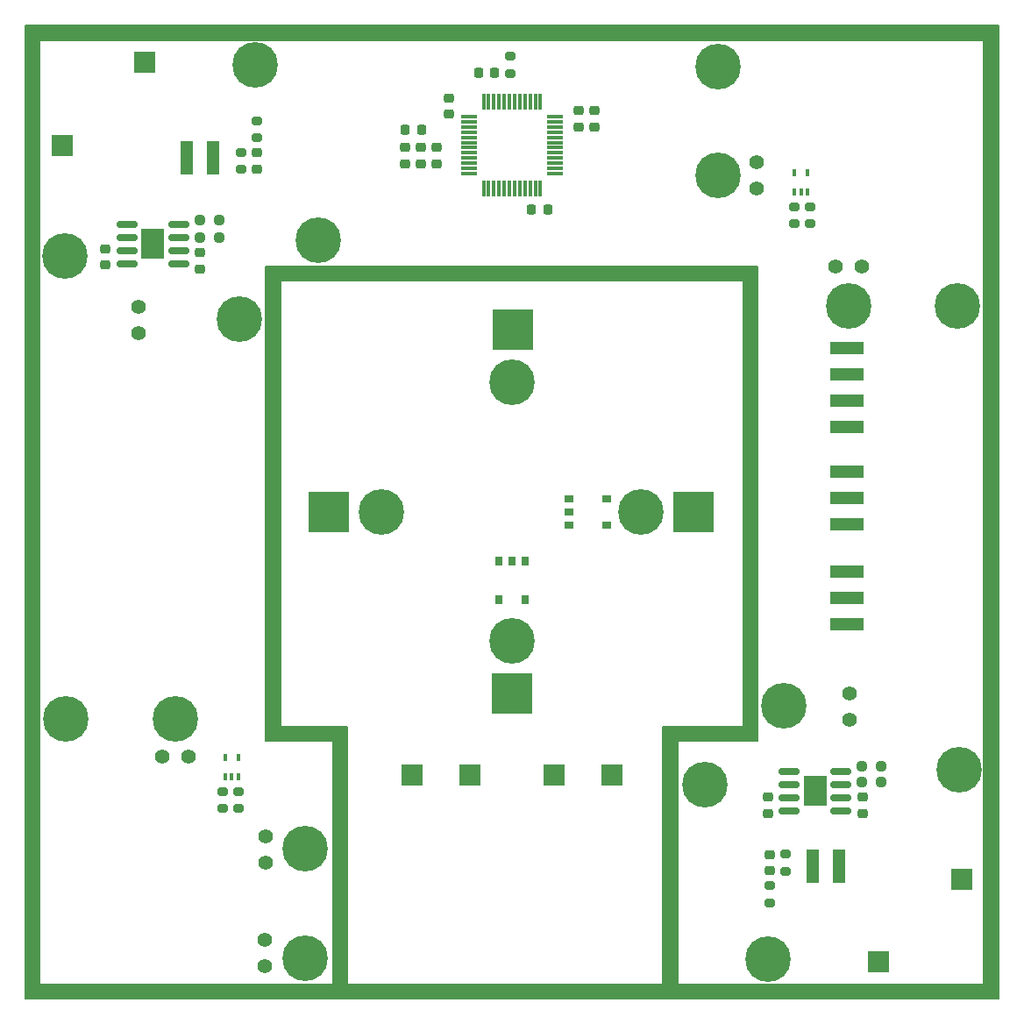
<source format=gts>
%TF.GenerationSoftware,KiCad,Pcbnew,(6.0.7-1)-1*%
%TF.CreationDate,2023-05-01T11:39:35-04:00*%
%TF.ProjectId,antenna-db,616e7465-6e6e-4612-9d64-622e6b696361,rev?*%
%TF.SameCoordinates,Original*%
%TF.FileFunction,Soldermask,Top*%
%TF.FilePolarity,Negative*%
%FSLAX46Y46*%
G04 Gerber Fmt 4.6, Leading zero omitted, Abs format (unit mm)*
G04 Created by KiCad (PCBNEW (6.0.7-1)-1) date 2023-05-01 11:39:35*
%MOMM*%
%LPD*%
G01*
G04 APERTURE LIST*
G04 Aperture macros list*
%AMRoundRect*
0 Rectangle with rounded corners*
0 $1 Rounding radius*
0 $2 $3 $4 $5 $6 $7 $8 $9 X,Y pos of 4 corners*
0 Add a 4 corners polygon primitive as box body*
4,1,4,$2,$3,$4,$5,$6,$7,$8,$9,$2,$3,0*
0 Add four circle primitives for the rounded corners*
1,1,$1+$1,$2,$3*
1,1,$1+$1,$4,$5*
1,1,$1+$1,$6,$7*
1,1,$1+$1,$8,$9*
0 Add four rect primitives between the rounded corners*
20,1,$1+$1,$2,$3,$4,$5,0*
20,1,$1+$1,$4,$5,$6,$7,0*
20,1,$1+$1,$6,$7,$8,$9,0*
20,1,$1+$1,$8,$9,$2,$3,0*%
G04 Aperture macros list end*
%ADD10C,0.200000*%
%ADD11RoundRect,0.033000X-0.117000X0.747000X-0.117000X-0.747000X0.117000X-0.747000X0.117000X0.747000X0*%
%ADD12RoundRect,0.033000X0.747000X0.117000X-0.747000X0.117000X-0.747000X-0.117000X0.747000X-0.117000X0*%
%ADD13RoundRect,0.033000X0.117000X-0.747000X0.117000X0.747000X-0.117000X0.747000X-0.117000X-0.747000X0*%
%ADD14RoundRect,0.033000X-0.747000X-0.117000X0.747000X-0.117000X0.747000X0.117000X-0.747000X0.117000X0*%
%ADD15R,3.180000X1.270000*%
%ADD16R,2.000000X2.000000*%
%ADD17R,1.270000X3.180000*%
%ADD18RoundRect,0.225000X0.250000X-0.225000X0.250000X0.225000X-0.250000X0.225000X-0.250000X-0.225000X0*%
%ADD19RoundRect,0.225000X0.225000X0.250000X-0.225000X0.250000X-0.225000X-0.250000X0.225000X-0.250000X0*%
%ADD20RoundRect,0.225000X-0.225000X-0.250000X0.225000X-0.250000X0.225000X0.250000X-0.225000X0.250000X0*%
%ADD21C,1.400000*%
%ADD22RoundRect,0.218750X0.256250X-0.218750X0.256250X0.218750X-0.256250X0.218750X-0.256250X-0.218750X0*%
%ADD23RoundRect,0.200000X0.275000X-0.200000X0.275000X0.200000X-0.275000X0.200000X-0.275000X-0.200000X0*%
%ADD24RoundRect,0.225000X-0.250000X0.225000X-0.250000X-0.225000X0.250000X-0.225000X0.250000X0.225000X0*%
%ADD25R,0.889000X0.711200*%
%ADD26C,4.400000*%
%ADD27C,2.600000*%
%ADD28RoundRect,0.218750X-0.256250X0.218750X-0.256250X-0.218750X0.256250X-0.218750X0.256250X0.218750X0*%
%ADD29R,4.000000X4.000000*%
%ADD30R,0.711200X0.889000*%
%ADD31RoundRect,0.150000X-0.825000X-0.150000X0.825000X-0.150000X0.825000X0.150000X-0.825000X0.150000X0*%
%ADD32R,2.290000X3.000000*%
%ADD33R,0.400000X0.650000*%
%ADD34RoundRect,0.237500X0.250000X0.237500X-0.250000X0.237500X-0.250000X-0.237500X0.250000X-0.237500X0*%
%ADD35RoundRect,0.200000X-0.275000X0.200000X-0.275000X-0.200000X0.275000X-0.200000X0.275000X0.200000X0*%
%ADD36RoundRect,0.237500X-0.250000X-0.237500X0.250000X-0.237500X0.250000X0.237500X-0.250000X0.237500X0*%
G04 APERTURE END LIST*
D10*
G36*
X140970000Y-142367000D02*
G01*
X139573000Y-142367000D01*
X139573000Y-116078000D01*
X140970000Y-116078000D01*
X140970000Y-142367000D01*
G37*
X140970000Y-142367000D02*
X139573000Y-142367000D01*
X139573000Y-116078000D01*
X140970000Y-116078000D01*
X140970000Y-142367000D01*
G36*
X140970000Y-117475000D02*
G01*
X133096000Y-117475000D01*
X133096000Y-116078000D01*
X140970000Y-116078000D01*
X140970000Y-117475000D01*
G37*
X140970000Y-117475000D02*
X133096000Y-117475000D01*
X133096000Y-116078000D01*
X140970000Y-116078000D01*
X140970000Y-117475000D01*
G36*
X134493000Y-117475000D02*
G01*
X133096000Y-117475000D01*
X133096000Y-71628000D01*
X134493000Y-71628000D01*
X134493000Y-117475000D01*
G37*
X134493000Y-117475000D02*
X133096000Y-117475000D01*
X133096000Y-71628000D01*
X134493000Y-71628000D01*
X134493000Y-117475000D01*
G36*
X180594000Y-73025000D02*
G01*
X133096000Y-73025000D01*
X133096000Y-71628000D01*
X180594000Y-71628000D01*
X180594000Y-73025000D01*
G37*
X180594000Y-73025000D02*
X133096000Y-73025000D01*
X133096000Y-71628000D01*
X180594000Y-71628000D01*
X180594000Y-73025000D01*
G36*
X180594000Y-117475000D02*
G01*
X179197000Y-117475000D01*
X179197000Y-71628000D01*
X180594000Y-71628000D01*
X180594000Y-117475000D01*
G37*
X180594000Y-117475000D02*
X179197000Y-117475000D01*
X179197000Y-71628000D01*
X180594000Y-71628000D01*
X180594000Y-117475000D01*
G36*
X180594000Y-117475000D02*
G01*
X171450000Y-117475000D01*
X171450000Y-116078000D01*
X180594000Y-116078000D01*
X180594000Y-117475000D01*
G37*
X180594000Y-117475000D02*
X171450000Y-117475000D01*
X171450000Y-116078000D01*
X180594000Y-116078000D01*
X180594000Y-117475000D01*
G36*
X172847000Y-142367000D02*
G01*
X171450000Y-142367000D01*
X171450000Y-116078000D01*
X172847000Y-116078000D01*
X172847000Y-142367000D01*
G37*
X172847000Y-142367000D02*
X171450000Y-142367000D01*
X171450000Y-116078000D01*
X172847000Y-116078000D01*
X172847000Y-142367000D01*
G36*
X203835000Y-49784000D02*
G01*
X109855000Y-49784000D01*
X109855000Y-48387000D01*
X203835000Y-48387000D01*
X203835000Y-49784000D01*
G37*
X203835000Y-49784000D02*
X109855000Y-49784000D01*
X109855000Y-48387000D01*
X203835000Y-48387000D01*
X203835000Y-49784000D01*
G36*
X203835000Y-142367000D02*
G01*
X109855000Y-142367000D01*
X109855000Y-140970000D01*
X203835000Y-140970000D01*
X203835000Y-142367000D01*
G37*
X203835000Y-142367000D02*
X109855000Y-142367000D01*
X109855000Y-140970000D01*
X203835000Y-140970000D01*
X203835000Y-142367000D01*
G36*
X203835000Y-142367000D02*
G01*
X202438000Y-142367000D01*
X202438000Y-48387000D01*
X203835000Y-48387000D01*
X203835000Y-142367000D01*
G37*
X203835000Y-142367000D02*
X202438000Y-142367000D01*
X202438000Y-48387000D01*
X203835000Y-48387000D01*
X203835000Y-142367000D01*
G36*
X111252000Y-142367000D02*
G01*
X109855000Y-142367000D01*
X109855000Y-48387000D01*
X111252000Y-48387000D01*
X111252000Y-142367000D01*
G37*
X111252000Y-142367000D02*
X109855000Y-142367000D01*
X109855000Y-48387000D01*
X111252000Y-48387000D01*
X111252000Y-142367000D01*
D11*
X154095000Y-55764000D03*
X154595000Y-55764000D03*
X155095000Y-55764000D03*
X155595000Y-55764000D03*
X156095000Y-55764000D03*
X156595000Y-55764000D03*
X157095000Y-55764000D03*
X157595000Y-55764000D03*
X158095000Y-55764000D03*
X158595000Y-55764000D03*
X159095000Y-55764000D03*
X159595000Y-55764000D03*
D12*
X161025000Y-57194000D03*
X161025000Y-57694000D03*
X161025000Y-58194000D03*
X161025000Y-58694000D03*
X161025000Y-59194000D03*
X161025000Y-59694000D03*
X161025000Y-60194000D03*
X161025000Y-60694000D03*
X161025000Y-61194000D03*
X161025000Y-61694000D03*
X161025000Y-62194000D03*
X161025000Y-62694000D03*
D13*
X159595000Y-64124000D03*
X159095000Y-64124000D03*
X158595000Y-64124000D03*
X158095000Y-64124000D03*
X157595000Y-64124000D03*
X157095000Y-64124000D03*
X156595000Y-64124000D03*
X156095000Y-64124000D03*
X155595000Y-64124000D03*
X155095000Y-64124000D03*
X154595000Y-64124000D03*
X154095000Y-64124000D03*
D14*
X152665000Y-62694000D03*
X152665000Y-62194000D03*
X152665000Y-61694000D03*
X152665000Y-61194000D03*
X152665000Y-60694000D03*
X152665000Y-60194000D03*
X152665000Y-59694000D03*
X152665000Y-59194000D03*
X152665000Y-58694000D03*
X152665000Y-58194000D03*
X152665000Y-57694000D03*
X152665000Y-57194000D03*
D15*
X189157000Y-96520000D03*
X189157000Y-93980000D03*
X189157000Y-91440000D03*
D16*
X160909000Y-120777000D03*
X166497000Y-120777000D03*
X147167600Y-120751600D03*
X152806400Y-120751600D03*
D17*
X188468000Y-129594000D03*
X185928000Y-129594000D03*
X125476000Y-61153000D03*
X128016000Y-61153000D03*
D15*
X189157000Y-79502000D03*
X189157000Y-82042000D03*
X189157000Y-84582000D03*
X189157000Y-87122000D03*
X189157000Y-101092000D03*
X189157000Y-103632000D03*
X189157000Y-106172000D03*
D18*
X150774400Y-56959800D03*
X150774400Y-55409800D03*
D19*
X160287000Y-66167000D03*
X158737000Y-66167000D03*
D20*
X153644000Y-52972000D03*
X155194000Y-52972000D03*
D21*
X133096000Y-129266000D03*
X133096000Y-126726000D03*
X123083000Y-118999000D03*
X125623000Y-118999000D03*
X188107000Y-71628000D03*
X190647000Y-71628000D03*
X180467000Y-64115000D03*
X180467000Y-61575000D03*
D22*
X148082000Y-61734500D03*
X148082000Y-60159500D03*
D21*
X132969000Y-136672000D03*
X132969000Y-139212000D03*
D23*
X130429000Y-124015000D03*
X130429000Y-122365000D03*
X128905000Y-124015000D03*
X128905000Y-122365000D03*
X185648600Y-67563000D03*
X185648600Y-65913000D03*
X184124600Y-67563000D03*
X184124600Y-65913000D03*
D24*
X146558000Y-60172000D03*
X146558000Y-61722000D03*
D18*
X149606000Y-61722000D03*
X149606000Y-60172000D03*
D16*
X200279000Y-130810000D03*
X192278000Y-138811000D03*
X113411000Y-59944000D03*
X121412000Y-51943000D03*
D21*
X189484000Y-115463000D03*
X189484000Y-112923000D03*
X120777000Y-75585000D03*
X120777000Y-78125000D03*
D24*
X163322000Y-56629000D03*
X163322000Y-58179000D03*
X164846000Y-56629000D03*
X164846000Y-58179000D03*
D25*
X166027100Y-96672400D03*
X166027100Y-94132400D03*
X162344100Y-94132400D03*
X162344100Y-95402400D03*
X162344100Y-96672400D03*
D26*
X189357000Y-75438000D03*
D27*
X189357000Y-75438000D03*
D23*
X156705000Y-53035000D03*
X156705000Y-51385000D03*
D28*
X181737000Y-128467000D03*
X181737000Y-130042000D03*
D26*
X124333000Y-115316000D03*
D27*
X124333000Y-115316000D03*
D18*
X117602000Y-69964000D03*
X117602000Y-71514000D03*
X126746000Y-70345000D03*
X126746000Y-71895000D03*
D29*
X174371000Y-95377000D03*
D26*
X136906000Y-138430000D03*
D27*
X136906000Y-138430000D03*
D26*
X138176000Y-69088000D03*
D27*
X138176000Y-69088000D03*
D30*
X155549600Y-100139500D03*
X156819600Y-100139500D03*
X158089600Y-100139500D03*
X158089600Y-103822500D03*
X155549600Y-103822500D03*
D26*
X113792000Y-115316000D03*
D27*
X113792000Y-115316000D03*
X200025000Y-120269000D03*
D26*
X200025000Y-120269000D03*
D31*
X119699000Y-67564000D03*
X119699000Y-68834000D03*
X119699000Y-70104000D03*
X119699000Y-71374000D03*
X124649000Y-71374000D03*
X124649000Y-70104000D03*
X124649000Y-68834000D03*
X124649000Y-67564000D03*
D32*
X122174000Y-69469000D03*
D27*
X144272000Y-95377000D03*
D26*
X144272000Y-95377000D03*
D29*
X156972000Y-77724000D03*
D33*
X184109600Y-64513000D03*
X184759600Y-64513000D03*
X185409600Y-64513000D03*
X185409600Y-62613000D03*
X184109600Y-62613000D03*
D29*
X156845000Y-112903000D03*
D18*
X190689000Y-124485000D03*
X190689000Y-122935000D03*
D26*
X183134000Y-114046000D03*
D27*
X183134000Y-114046000D03*
D26*
X176784000Y-52324000D03*
D27*
X176784000Y-52324000D03*
D29*
X139192000Y-95377000D03*
D34*
X192490500Y-121424000D03*
X190665500Y-121424000D03*
D27*
X175514000Y-121666000D03*
D26*
X175514000Y-121666000D03*
D35*
X181737000Y-133127500D03*
X181737000Y-131477500D03*
D26*
X199898000Y-75438000D03*
D27*
X199898000Y-75438000D03*
D26*
X132080000Y-52197000D03*
D27*
X132080000Y-52197000D03*
D19*
X148095000Y-58420000D03*
X146545000Y-58420000D03*
D26*
X156845000Y-82804000D03*
D27*
X156845000Y-82804000D03*
D22*
X132207000Y-62255500D03*
X132207000Y-60680500D03*
D31*
X183642000Y-120408000D03*
X183642000Y-121678000D03*
X183642000Y-122948000D03*
X183642000Y-124218000D03*
X188592000Y-124218000D03*
X188592000Y-122948000D03*
X188592000Y-121678000D03*
X188592000Y-120408000D03*
D32*
X186117000Y-122313000D03*
D36*
X128547500Y-67183000D03*
X126722500Y-67183000D03*
D26*
X130556000Y-76708000D03*
D27*
X130556000Y-76708000D03*
D35*
X183261000Y-128429500D03*
X183261000Y-130079500D03*
D26*
X169291000Y-95377000D03*
D27*
X169291000Y-95377000D03*
D26*
X176784000Y-62865000D03*
D27*
X176784000Y-62865000D03*
D26*
X156845000Y-107823000D03*
D27*
X156845000Y-107823000D03*
D18*
X181545000Y-124485000D03*
X181545000Y-122935000D03*
D23*
X130683000Y-62293000D03*
X130683000Y-60643000D03*
D34*
X126722500Y-68834000D03*
X128547500Y-68834000D03*
D26*
X181610000Y-138557000D03*
D27*
X181610000Y-138557000D03*
D33*
X129144000Y-120965000D03*
X129794000Y-120965000D03*
X130444000Y-120965000D03*
X130444000Y-119065000D03*
X129144000Y-119065000D03*
D26*
X136906000Y-127889000D03*
D27*
X136906000Y-127889000D03*
X113665000Y-70612000D03*
D26*
X113665000Y-70612000D03*
D23*
X132207000Y-59245000D03*
X132207000Y-57595000D03*
D36*
X190665500Y-119900000D03*
X192490500Y-119900000D03*
M02*

</source>
